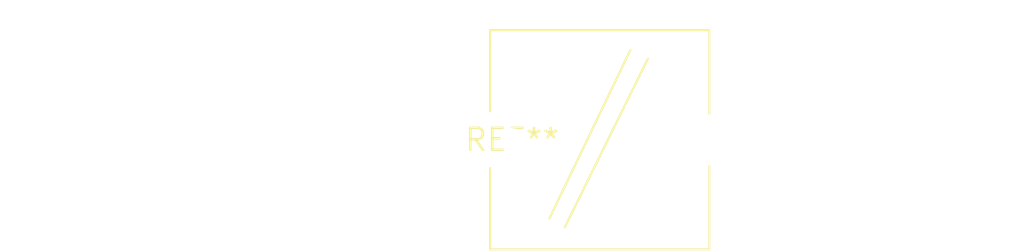
<source format=kicad_pcb>
(kicad_pcb (version 20240108) (generator pcbnew)
  (layers (0 "F.Cu" signal) (31 "B.Cu" signal) (34 "B.Paste" user) (35 "F.Paste" user) (36 "B.SilkS" user "B.Silkscreen") (37 "F.SilkS" user "F.Silkscreen") (38 "B.Mask" user) (39 "F.Mask" user) (44 "Edge.Cuts" user))
  (net 0 "")
  (footprint "Fuseholder_Cylinder-5x20mm_Bulgin_FX0456_Vertical_Closed" (layer "F.Cu") (at 0 0)
    (property "Reference" "REF**")
    (property "Value" "Fuseholder_Cylinder-5x20mm_Bulgin_FX0456_Vertical_Closed")
    (fp_line (start -1.27 -6.35) (end -1.27 -1.65) (layer "F.SilkS") (stroke (width 0.12)))
    (fp_line (start -1.27 6.35) (end -1.27 1.65) (layer "F.SilkS") (stroke (width 0.12)))
    (fp_line (start -1.27 6.35) (end 11.43 6.35) (layer "F.SilkS") (stroke (width 0.12)))
    (fp_line (start 6.86 -5.21) (end 2.16 4.57) (layer "F.SilkS") (stroke (width 0.12)))
    (fp_line (start 7.87 -4.7) (end 3.05 5.08) (layer "F.SilkS") (stroke (width 0.12)))
    (fp_line (start 11.43 -6.35) (end -1.27 -6.35) (layer "F.SilkS") (stroke (width 0.12)))
    (fp_line (start 11.43 -6.35) (end 11.43 -1.52) (layer "F.SilkS") (stroke (width 0.12)))
    (fp_line (start 11.43 -1.52) (end 11.43 -1.65) (layer "F.SilkS") (stroke (width 0.12)))
    (fp_line (start 11.43 6.35) (end 11.43 1.52) (layer "F.SilkS") (stroke (width 0.12)))
    (pad "" np_thru_hole circle (at 0.08 -5) (size 2.2 2.2) (drill 2.2) (layers *.Cu *.Mask))
    (pad "" np_thru_hole circle (at 0.08 5) (size 2.2 2.2) (drill 2.2) (layers *.Cu *.Mask))
    (pad "" np_thru_hole circle (at 10.08 -5) (size 2.2 2.2) (drill 2.2) (layers *.Cu *.Mask))
    (pad "" np_thru_hole circle (at 10.08 5) (size 2.2 2.2) (drill 2.2) (layers *.Cu *.Mask))
    (pad "1" thru_hole circle (at 0 0) (size 3 3) (drill 1.35) (layers *.Cu *.Mask) (remove_unused_layers))
    (pad "2" thru_hole circle (at 10.16 0) (size 3 3) (drill 1.35) (layers *.Cu *.Mask) (remove_unused_layers))
  )
)
</source>
